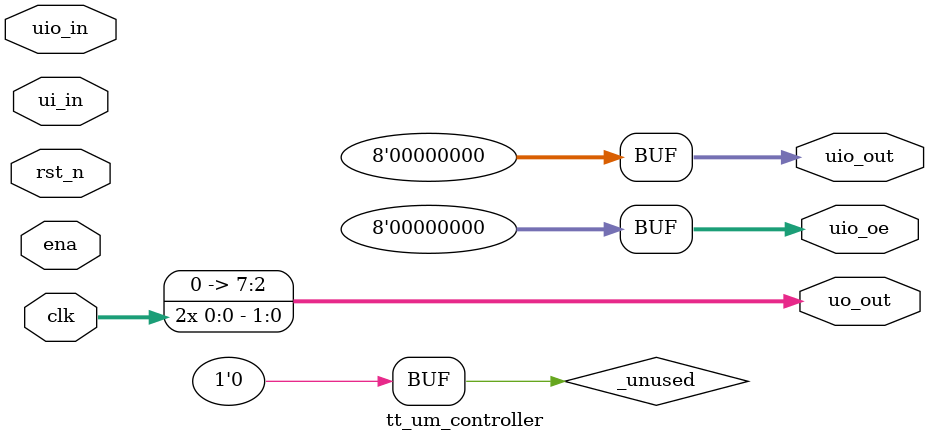
<source format=v>

`default_nettype none

module tt_um_controller (
    input  wire [7:0] ui_in,    // Dedicated inputs
    output wire [7:0] uo_out,   // Dedicated outputs
    input  wire [7:0] uio_in,   // IOs: Input path
    output wire [7:0] uio_out,  // IOs: Output path
    output wire [7:0] uio_oe,   // IOs: Enable path (active high: 0=input, 1=output)
    input  wire       ena,      // always 1 when the design is powered, so you can ignore it
    input  wire       clk,      // clock
    input  wire       rst_n     // reset_n - low to reset
);

  assign uo_out[0] = clk;
  assign uo_out[1] = clk;
  assign uo_out[7:2] = 0;
  assign uio_out = 0;
  assign uio_oe  = 0;

  reg [1:0] counter;
  reg [1:0] phase;

  // List all unused inputs to prevent warnings
  wire _unused = &{ena, rst_n, 1'b0};

  // Phase drive unit
  always @( posedge clk ) begin : phase_drive
    phase[0] <= ( counter == 1 );
    phase[1] <= ( counter == 3 );
    counter <= counter + 1;
  end
endmodule

</source>
